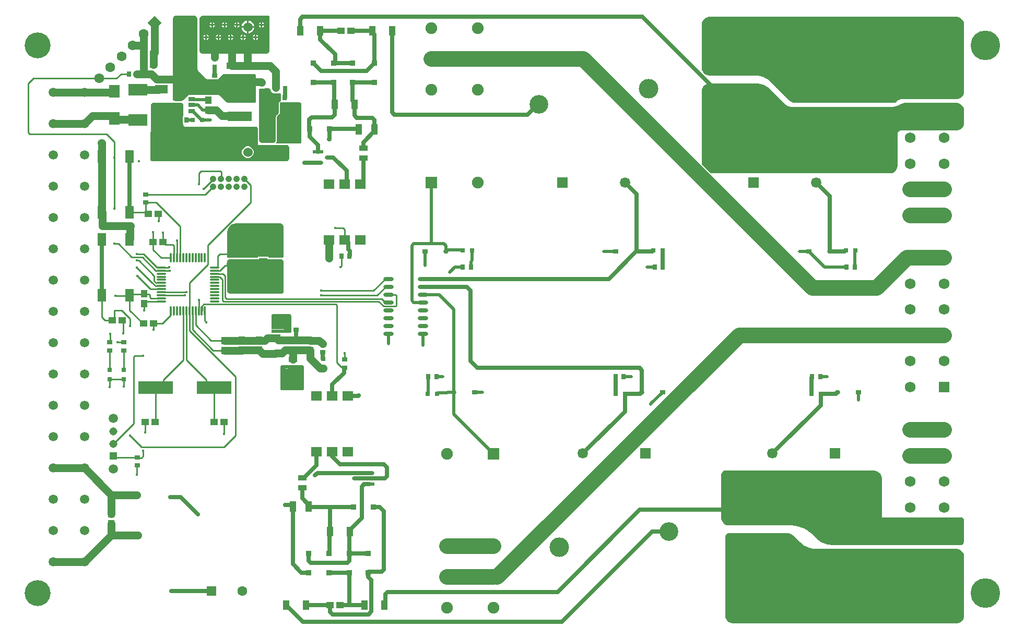
<source format=gtl>
G04*
G04 #@! TF.GenerationSoftware,Altium Limited,Altium Designer,21.6.4 (81)*
G04*
G04 Layer_Physical_Order=1*
G04 Layer_Color=255*
%FSLAX25Y25*%
%MOIN*%
G70*
G04*
G04 #@! TF.SameCoordinates,D5C6F8BD-756C-4CA3-9184-76241C2A0D58*
G04*
G04*
G04 #@! TF.FilePolarity,Positive*
G04*
G01*
G75*
%ADD16C,0.01000*%
%ADD19R,0.05512X0.08268*%
%ADD20R,0.03985X0.04758*%
%ADD21R,0.07008X0.05984*%
%ADD22R,0.03937X0.05906*%
%ADD23R,0.03347X0.02953*%
%ADD24R,0.05315X0.03347*%
%ADD25R,0.06530X0.02468*%
G04:AMPARAMS|DCode=26|XSize=65.3mil|YSize=24.68mil|CornerRadius=12.34mil|HoleSize=0mil|Usage=FLASHONLY|Rotation=180.000|XOffset=0mil|YOffset=0mil|HoleType=Round|Shape=RoundedRectangle|*
%AMROUNDEDRECTD26*
21,1,0.06530,0.00000,0,0,180.0*
21,1,0.04063,0.02468,0,0,180.0*
1,1,0.02468,-0.02031,0.00000*
1,1,0.02468,0.02031,0.00000*
1,1,0.02468,0.02031,0.00000*
1,1,0.02468,-0.02031,0.00000*
%
%ADD26ROUNDEDRECTD26*%
%ADD27R,0.03740X0.03543*%
%ADD28R,0.03543X0.03740*%
%ADD29R,0.04758X0.03985*%
%ADD30R,0.04331X0.06693*%
%ADD31R,0.02953X0.03347*%
%ADD32R,0.22047X0.08268*%
%ADD33O,0.01181X0.06496*%
%ADD34O,0.06496X0.01181*%
%ADD35O,0.06496X0.02559*%
%ADD36R,0.03347X0.02756*%
%ADD37R,0.02756X0.03347*%
%ADD38R,0.15748X0.05906*%
%ADD39R,0.12402X0.07717*%
G04:AMPARAMS|DCode=40|XSize=31.82mil|YSize=29.22mil|CornerRadius=14.61mil|HoleSize=0mil|Usage=FLASHONLY|Rotation=0.000|XOffset=0mil|YOffset=0mil|HoleType=Round|Shape=RoundedRectangle|*
%AMROUNDEDRECTD40*
21,1,0.03182,0.00000,0,0,0.0*
21,1,0.00260,0.02922,0,0,0.0*
1,1,0.02922,0.00130,0.00000*
1,1,0.02922,-0.00130,0.00000*
1,1,0.02922,-0.00130,0.00000*
1,1,0.02922,0.00130,0.00000*
%
%ADD40ROUNDEDRECTD40*%
%ADD41R,0.03182X0.02922*%
%ADD42R,0.03150X0.03150*%
%ADD43R,0.03150X0.03150*%
%ADD44R,0.03583X0.04803*%
%ADD45R,0.07087X0.08268*%
%ADD46R,0.08268X0.05512*%
%ADD47R,0.06693X0.04331*%
%ADD48R,0.05315X0.03740*%
%ADD49R,0.03740X0.05315*%
%ADD50R,0.03937X0.02756*%
%ADD71C,0.11929*%
%ADD72C,0.12441*%
%ADD73C,0.06653*%
%ADD74R,0.06653X0.06653*%
%ADD89C,0.05000*%
%ADD90C,0.02500*%
%ADD91C,0.10000*%
%ADD92C,0.02000*%
%ADD93C,0.07480*%
%ADD94R,0.07480X0.07480*%
%ADD95C,0.06000*%
%ADD96R,0.06000X0.06000*%
%ADD97C,0.05906*%
%ADD98C,0.16535*%
%ADD99R,0.06890X0.06890*%
%ADD100C,0.06890*%
%ADD101C,0.06299*%
%ADD102P,0.08908X4X270.0*%
%ADD103C,0.04134*%
%ADD104R,0.05150X0.05150*%
%ADD105C,0.05150*%
%ADD106C,0.18898*%
%ADD107R,0.06299X0.06299*%
%ADD108C,0.01575*%
G36*
X597500Y390000D02*
X597500Y390000D01*
X597992Y390000D01*
X598958Y389808D01*
X599868Y389431D01*
X600687Y388884D01*
X601384Y388187D01*
X601931Y387368D01*
X602308Y386458D01*
X602500Y385492D01*
X602500Y385000D01*
X602500Y342500D01*
X602500Y342500D01*
Y342007D01*
X602308Y341041D01*
X601931Y340132D01*
X601384Y339313D01*
X600687Y338616D01*
X599868Y338069D01*
X598958Y337692D01*
X597992Y337500D01*
X597500D01*
X562500Y337500D01*
X562500Y337500D01*
X562066Y337475D01*
X561222Y337275D01*
X560446Y336888D01*
X559780Y336332D01*
X559500Y336000D01*
X559500Y336000D01*
X559325Y335767D01*
X558878Y335394D01*
X558358Y335134D01*
X557791Y335000D01*
X557500Y335000D01*
X495000Y335000D01*
X495000Y335000D01*
X494406D01*
X493239Y335232D01*
X492141Y335687D01*
X491153Y336347D01*
X490732Y336768D01*
X479268Y348232D01*
X479268Y348232D01*
X479268Y348232D01*
X478750Y348725D01*
X477644Y349633D01*
X476455Y350427D01*
X475194Y351101D01*
X473873Y351648D01*
X472505Y352063D01*
X471103Y352342D01*
X469679Y352482D01*
X468964Y352500D01*
X440000Y352500D01*
X439507D01*
X438542Y352692D01*
X437632Y353069D01*
X436813Y353616D01*
X436116Y354313D01*
X435569Y355132D01*
X435192Y356042D01*
X435000Y357008D01*
Y357500D01*
Y382500D01*
Y385000D01*
X435000Y385492D01*
X435192Y386458D01*
X435569Y387368D01*
X436116Y388187D01*
X436813Y388884D01*
X437632Y389431D01*
X438542Y389808D01*
X439507Y390000D01*
X440000Y390000D01*
X597500Y390000D01*
X597500Y390000D01*
D02*
G37*
G36*
X116894Y390900D02*
X158233Y390900D01*
X158700Y390900D01*
X159045Y390587D01*
X159100Y390533D01*
X159100Y368600D01*
X159100Y368600D01*
Y368182D01*
X158780Y367410D01*
X158189Y366820D01*
X157418Y366500D01*
X126575D01*
Y366528D01*
X121425D01*
Y366500D01*
X116105D01*
X115367Y366805D01*
X114801Y367368D01*
X114493Y368105D01*
X114492Y368504D01*
X114412Y387934D01*
X114410Y388406D01*
X114410Y388406D01*
X114410Y388406D01*
X114408Y388901D01*
X114785Y389818D01*
X115484Y390520D01*
X116399Y390900D01*
X116894Y390900D01*
D02*
G37*
G36*
X471105Y347360D02*
X472509Y347080D01*
X473879Y346665D01*
X475202Y346117D01*
X476465Y345442D01*
X477655Y344647D01*
X478761Y343738D01*
X479268Y343232D01*
X479268Y343232D01*
X488232Y334268D01*
X488671Y333870D01*
X489655Y333213D01*
X490748Y332760D01*
X491908Y332529D01*
X492500Y332500D01*
X556464D01*
X557072Y332522D01*
X558275Y332694D01*
X559441Y333036D01*
X560546Y333539D01*
X561069Y333849D01*
X561507Y334129D01*
X562453Y334560D01*
X563451Y334852D01*
X564480Y335000D01*
X565000Y335000D01*
X565000Y335000D01*
X597500Y335000D01*
X597993Y335000D01*
X598958Y334808D01*
X599868Y334431D01*
X600687Y333884D01*
X601384Y333187D01*
X601931Y332368D01*
X602308Y331458D01*
X602500Y330492D01*
X602500Y330000D01*
X602500D01*
X602500Y322500D01*
X602500Y322007D01*
X602308Y321041D01*
X601931Y320132D01*
X601384Y319313D01*
X600687Y318616D01*
X599868Y318069D01*
X598958Y317692D01*
X597993Y317500D01*
X597500Y317500D01*
X562500Y317500D01*
X562012Y317452D01*
X561111Y317079D01*
X560421Y316389D01*
X560048Y315488D01*
X560000Y315000D01*
X560000Y315000D01*
X560000Y315000D01*
X560000Y295000D01*
X560000Y294508D01*
X559808Y293542D01*
X559431Y292632D01*
X558884Y291813D01*
X558187Y291116D01*
X557368Y290569D01*
X556459Y290192D01*
X555492Y290000D01*
X555000Y290000D01*
X440631D01*
X435000Y295631D01*
Y342500D01*
X435000Y342992D01*
X435192Y343958D01*
X435569Y344868D01*
X436116Y345687D01*
X436813Y346384D01*
X437632Y346931D01*
X438542Y347308D01*
X439507Y347500D01*
X440000Y347500D01*
X440000Y347500D01*
X468964Y347500D01*
X469680Y347500D01*
X471105Y347360D01*
D02*
G37*
G36*
X99200Y390700D02*
X100100Y390700D01*
X110800D01*
X110800Y390700D01*
X110800Y390700D01*
X110829Y390700D01*
X111270Y390694D01*
X112103Y390350D01*
X112750Y389703D01*
X113100Y388858D01*
X113100Y388400D01*
X113100Y357142D01*
X113114Y356848D01*
X113229Y356272D01*
X113454Y355729D01*
X113781Y355240D01*
X113979Y355022D01*
X117793Y351207D01*
X117793D01*
X118093Y350936D01*
X118764Y350487D01*
X119511Y350178D01*
X120303Y350020D01*
X120707Y350000D01*
X125870D01*
X125948Y350004D01*
X126101Y350034D01*
X126245Y350094D01*
X126375Y350181D01*
X126433Y350233D01*
X129488Y353288D01*
X129488Y353288D01*
X129488Y353288D01*
X129488Y353288D01*
X129929Y353500D01*
X129929Y353500D01*
X130000Y353500D01*
X149500Y353500D01*
X149500Y353500D01*
X149500Y353500D01*
X149500D01*
X149952Y353379D01*
X149953Y353378D01*
X150178Y353153D01*
X150300Y352859D01*
X150300Y352700D01*
X150300Y335800D01*
X150300Y335800D01*
Y335641D01*
X150178Y335347D01*
X149953Y335122D01*
X149659Y335000D01*
X149500Y335000D01*
X141339D01*
X133207Y335000D01*
X133207Y335000D01*
X132920D01*
X132357Y335112D01*
X131827Y335332D01*
X131349Y335651D01*
X127354Y339646D01*
X127354Y339647D01*
X127354Y339647D01*
X127241Y339748D01*
X126989Y339917D01*
X126988Y339917D01*
X126972Y339924D01*
X126951Y339932D01*
X126708Y340033D01*
X126410Y340092D01*
X126259Y340100D01*
X107300Y340100D01*
X106679Y339479D01*
X106660D01*
Y339460D01*
X104195Y336995D01*
X104195Y336995D01*
X103958Y336758D01*
X103402Y336387D01*
X102784Y336130D01*
X102127Y336000D01*
X101793D01*
X98058Y336435D01*
X98058Y336435D01*
X97943Y336448D01*
X97737Y336556D01*
X97582Y336729D01*
X97500Y336946D01*
X97500Y337062D01*
Y389000D01*
X97500D01*
X97500Y389000D01*
X97554Y389469D01*
X97759Y389963D01*
X98237Y390441D01*
X98862Y390700D01*
X99200Y390700D01*
D02*
G37*
G36*
X158634Y344357D02*
X158634Y344357D01*
X159099Y344273D01*
X159310Y344191D01*
X159649Y343860D01*
X159832Y343425D01*
X159832Y343188D01*
X159841Y343018D01*
X159907Y342683D01*
X160038Y342368D01*
X160227Y342085D01*
X160342Y341958D01*
X160521Y341796D01*
X160922Y341528D01*
X161367Y341343D01*
X161840Y341249D01*
X162082Y341238D01*
X165762Y341237D01*
X165762Y341237D01*
X166184Y340975D01*
X166230Y340863D01*
X166230Y340770D01*
X166230Y336555D01*
X166230Y336555D01*
X166230Y336546D01*
X166226Y336528D01*
X166219Y336512D01*
X166209Y336496D01*
X166203Y336490D01*
X165203Y335490D01*
X165203Y335490D01*
X165147Y335428D01*
X165054Y335289D01*
X164989Y335134D01*
X164957Y334970D01*
X164953Y334886D01*
Y328886D01*
X164953Y328886D01*
X164953Y328783D01*
X164913Y328581D01*
X164834Y328391D01*
X164719Y328219D01*
X164646Y328146D01*
X163650Y327150D01*
X163650Y327150D01*
X163495Y326978D01*
X163238Y326595D01*
X163062Y326169D01*
X162972Y325716D01*
X162960Y325486D01*
X162960Y310960D01*
X162960Y310960D01*
X162960Y310670D01*
X162738Y310133D01*
X162327Y309722D01*
X161791Y309500D01*
X154500Y309500D01*
X154500Y309500D01*
X154102Y309500D01*
X153367Y309805D01*
X152805Y310367D01*
X152500Y311102D01*
X152500Y311500D01*
Y343487D01*
X152500Y343631D01*
X152608Y343898D01*
X152809Y344104D01*
X153073Y344219D01*
X153217Y344223D01*
X158634Y344357D01*
X158634Y344357D01*
D02*
G37*
G36*
X178633Y335195D02*
X179195Y334633D01*
X179473Y333962D01*
X179500Y333501D01*
Y333500D01*
X179500Y333500D01*
X179500Y333500D01*
X179500Y310500D01*
X179500Y310202D01*
X179272Y309650D01*
X178850Y309228D01*
X178471Y309071D01*
X178000Y309000D01*
Y309000D01*
X163382Y309000D01*
X163205Y309204D01*
X163147Y309297D01*
X163114Y309500D01*
X163243Y309628D01*
X163397Y309860D01*
X163620Y310397D01*
X163674Y310670D01*
X163674Y310960D01*
X163674Y310960D01*
X163674Y325468D01*
X163682Y325629D01*
X163748Y325960D01*
X163871Y326257D01*
X164059Y326538D01*
X164167Y326658D01*
X165151Y327642D01*
X165224Y327714D01*
X165263Y327773D01*
X165313Y327823D01*
X165427Y327994D01*
X165454Y328059D01*
X165493Y328117D01*
X165572Y328308D01*
X165586Y328377D01*
X165613Y328442D01*
X165653Y328644D01*
X165653Y328714D01*
X165666Y328783D01*
X165666Y328885D01*
X165666Y328886D01*
Y334869D01*
X165667Y334882D01*
X165676Y334926D01*
X165686Y334951D01*
X165711Y334988D01*
X165720Y334998D01*
X166222Y335500D01*
X177500Y335500D01*
X177898Y335500D01*
X178633Y335195D01*
D02*
G37*
G36*
X84685Y335000D02*
X103000Y335000D01*
X103000Y335000D01*
X103000Y335000D01*
X103000D01*
X103450Y334896D01*
X103566Y334848D01*
X103848Y334566D01*
X104000Y334199D01*
X104000Y326373D01*
X103824D01*
Y321627D01*
X104000D01*
Y321000D01*
X104000D01*
X104022Y320774D01*
X104195Y320356D01*
X104515Y320036D01*
X104933Y319863D01*
X105159Y319841D01*
X150160Y319841D01*
X150160Y319840D01*
X150160Y319840D01*
X150160D01*
X150618Y319771D01*
X150988Y319618D01*
X151399Y319207D01*
X151622Y318669D01*
X151622Y318378D01*
X151622Y308378D01*
X151628Y308311D01*
X151680Y308187D01*
X151775Y308092D01*
X151899Y308041D01*
X151966Y308034D01*
X169966D01*
X169966Y308034D01*
X169966Y308034D01*
X169966D01*
X170430Y307985D01*
X170948Y307770D01*
X171436Y307282D01*
X171700Y306645D01*
X171700Y306300D01*
X171700Y299700D01*
X171700Y299700D01*
X171700Y299322D01*
X171411Y298624D01*
X170876Y298089D01*
X170178Y297800D01*
X84197D01*
X83930Y297800D01*
X83437Y298006D01*
X83061Y298387D01*
X82862Y298883D01*
X82866Y299151D01*
X83374Y333708D01*
X83374Y333708D01*
X83473Y334190D01*
X83580Y334441D01*
X83948Y334804D01*
X84427Y335000D01*
X84685Y335000D01*
D02*
G37*
G36*
X165500Y258000D02*
X165997Y258000D01*
X166916Y257619D01*
X167619Y256916D01*
X168000Y255997D01*
X168000Y255500D01*
X168000Y255500D01*
X168000Y255500D01*
X168000Y237162D01*
X168000Y236931D01*
X167823Y236504D01*
X167496Y236177D01*
X167298Y236095D01*
X166838Y236000D01*
X166838D01*
X166838Y236000D01*
X166838Y236000D01*
X158326D01*
Y236767D01*
X155808D01*
X155598Y236794D01*
X155126D01*
X154916Y236767D01*
X151611D01*
Y236000D01*
X147000D01*
X133202D01*
X132650Y236228D01*
X132228Y236650D01*
X132000Y237202D01*
Y237500D01*
X132000Y237500D01*
Y252000D01*
Y252591D01*
X132231Y253750D01*
X132683Y254842D01*
X133340Y255825D01*
X134175Y256660D01*
X135158Y257317D01*
X136250Y257769D01*
X137409Y258000D01*
X138000Y258000D01*
X138000Y258000D01*
X165500Y258000D01*
D02*
G37*
G36*
X166580Y235000D02*
X166863Y235000D01*
X167385Y234784D01*
X167784Y234384D01*
X167927Y234039D01*
X168000Y233581D01*
Y233580D01*
X168000Y233580D01*
X168000Y233580D01*
X168000Y214500D01*
X168000Y214202D01*
X167772Y213650D01*
X167350Y213228D01*
X166957Y213066D01*
X166500Y213000D01*
X166500Y213000D01*
Y213000D01*
X134000Y213000D01*
X133602D01*
X132867Y213304D01*
X132305Y213867D01*
X132000Y214602D01*
X132000Y215000D01*
X132000Y215000D01*
Y234000D01*
X133000Y235000D01*
X153000D01*
X166580Y235000D01*
D02*
G37*
G36*
X172000Y200000D02*
X172199Y200000D01*
X172566Y199848D01*
X172848Y199566D01*
X173000Y199199D01*
X173000Y199000D01*
X173000Y199000D01*
X173000Y189000D01*
X173000Y188807D01*
X172853Y188451D01*
X172580Y188179D01*
X172224Y188031D01*
X172031Y188031D01*
X160968D01*
X160855Y188031D01*
X160646Y188118D01*
X160486Y188278D01*
X160400Y188487D01*
X160400Y188600D01*
Y188600D01*
Y190200D01*
X169749D01*
X169949Y190000D01*
X171031D01*
X170731Y190300D01*
X160400D01*
Y199400D01*
Y199519D01*
X160491Y199740D01*
X160660Y199909D01*
X160881Y200000D01*
X161000D01*
X161000Y200000D01*
X172000Y200000D01*
D02*
G37*
G36*
X180680Y167221D02*
X180953Y166949D01*
X181100Y166593D01*
X181100Y166400D01*
X181100Y166400D01*
Y165200D01*
X170751D01*
X170551Y165400D01*
X169468D01*
X169769Y165100D01*
X181100D01*
Y152316D01*
Y152159D01*
X180979Y151867D01*
X180756Y151644D01*
X180464Y151523D01*
X173526D01*
X166977Y151523D01*
X166803Y151523D01*
X166480Y151656D01*
X166234Y151903D01*
X166100Y152225D01*
X166100Y152400D01*
Y152400D01*
Y166600D01*
X166100Y166753D01*
X166217Y167035D01*
X166433Y167252D01*
X166716Y167368D01*
X166868D01*
X166868Y167368D01*
X180131Y167368D01*
X180324Y167368D01*
X180680Y167221D01*
D02*
G37*
G36*
X545000Y100000D02*
X545492Y100000D01*
X546458Y99808D01*
X547368Y99431D01*
X548187Y98884D01*
X548884Y98187D01*
X549431Y97368D01*
X549808Y96458D01*
X550000Y95492D01*
X550000Y95000D01*
X550000Y95000D01*
X550000Y95000D01*
Y70000D01*
X600703Y70000D01*
X601061Y70000D01*
X601721Y69727D01*
X602227Y69221D01*
X602457Y68665D01*
X602500Y68204D01*
Y68203D01*
X602500Y68203D01*
X602500Y68203D01*
X602500Y55000D01*
X602500Y54503D01*
X602119Y53584D01*
X601416Y52881D01*
X600497Y52500D01*
X600000Y52500D01*
X517820D01*
X516395Y52640D01*
X514991Y52920D01*
X513621Y53335D01*
X512298Y53883D01*
X511035Y54558D01*
X509845Y55353D01*
X508738Y56262D01*
X506036Y58964D01*
X505303Y59662D01*
X503740Y60945D01*
X502058Y62068D01*
X500275Y63021D01*
X498407Y63795D01*
X496471Y64382D01*
X494488Y64777D01*
X492476Y64975D01*
X491465Y65000D01*
X491465Y65000D01*
X491465Y65000D01*
X452500Y65000D01*
X452007Y65000D01*
X451042Y65192D01*
X450132Y65569D01*
X449313Y66116D01*
X448616Y66813D01*
X448069Y67632D01*
X447692Y68542D01*
X447500Y69507D01*
Y70000D01*
Y97500D01*
X447500Y97997D01*
X447881Y98916D01*
X448584Y99619D01*
X449503Y100000D01*
X450000Y100000D01*
X450000Y100000D01*
X545000Y100000D01*
D02*
G37*
G36*
X491458Y59808D02*
X492368Y59431D01*
X493187Y58884D01*
X493535Y58535D01*
X493535Y58535D01*
X493536Y58535D01*
X497500Y54571D01*
X498055Y54043D01*
X499239Y53071D01*
X500512Y52220D01*
X501863Y51498D01*
X503278Y50912D01*
X504743Y50468D01*
X506246Y50169D01*
X507770Y50019D01*
X508535Y50000D01*
X565000D01*
X597500Y50000D01*
X597992Y50000D01*
X598958Y49808D01*
X599868Y49431D01*
X600687Y48884D01*
X601384Y48187D01*
X601931Y47368D01*
X602308Y46458D01*
X602500Y45492D01*
X602500Y45000D01*
X602500Y45000D01*
X602500Y45000D01*
Y7500D01*
Y7007D01*
X602308Y6042D01*
X601931Y5132D01*
X601384Y4313D01*
X600687Y3616D01*
X599868Y3069D01*
X598958Y2692D01*
X597993Y2500D01*
X454507D01*
X453542Y2692D01*
X452632Y3069D01*
X451813Y3616D01*
X451116Y4313D01*
X450569Y5132D01*
X450192Y6042D01*
X450000Y7007D01*
Y7500D01*
Y57500D01*
Y57997D01*
X450381Y58916D01*
X451084Y59619D01*
X452003Y60000D01*
X452500Y60000D01*
X452500Y60000D01*
X490000Y60000D01*
X490492Y60000D01*
X491458Y59808D01*
D02*
G37*
%LPC*%
G36*
X154485Y386602D02*
Y385374D01*
X155713D01*
X155500Y385887D01*
X154998Y386389D01*
X154485Y386602D01*
D02*
G37*
G36*
X153485D02*
X152973Y386389D01*
X152470Y385887D01*
X152258Y385374D01*
X153485D01*
Y386602D01*
D02*
G37*
G36*
X138737D02*
Y385374D01*
X139965D01*
X139752Y385887D01*
X139250Y386389D01*
X138737Y386602D01*
D02*
G37*
G36*
X137737D02*
X137224Y386389D01*
X136722Y385887D01*
X136509Y385374D01*
X137737D01*
Y386602D01*
D02*
G37*
G36*
X130863D02*
Y385374D01*
X132091D01*
X131878Y385887D01*
X131376Y386389D01*
X130863Y386602D01*
D02*
G37*
G36*
X129863D02*
X129350Y386389D01*
X128848Y385887D01*
X128635Y385374D01*
X129863D01*
Y386602D01*
D02*
G37*
G36*
X122989D02*
Y385374D01*
X124216D01*
X124004Y385887D01*
X123501Y386389D01*
X122989Y386602D01*
D02*
G37*
G36*
X121989D02*
X121476Y386389D01*
X120974Y385887D01*
X120761Y385374D01*
X121989D01*
Y386602D01*
D02*
G37*
G36*
X145727Y387600D02*
X145700D01*
Y384100D01*
X149200D01*
Y384127D01*
X148927Y385144D01*
X148401Y386056D01*
X147656Y386801D01*
X146744Y387327D01*
X145727Y387600D01*
D02*
G37*
G36*
X144700D02*
X144673D01*
X143656Y387327D01*
X142744Y386801D01*
X141999Y386056D01*
X141473Y385144D01*
X141200Y384127D01*
Y384100D01*
X144700D01*
Y387600D01*
D02*
G37*
G36*
X155713Y384374D02*
X154485D01*
Y383147D01*
X154998Y383359D01*
X155500Y383861D01*
X155713Y384374D01*
D02*
G37*
G36*
X153485D02*
X152258D01*
X152470Y383861D01*
X152973Y383359D01*
X153485Y383147D01*
Y384374D01*
D02*
G37*
G36*
X139965D02*
X138737D01*
Y383147D01*
X139250Y383359D01*
X139752Y383861D01*
X139965Y384374D01*
D02*
G37*
G36*
X137737D02*
X136509D01*
X136722Y383861D01*
X137224Y383359D01*
X137737Y383147D01*
Y384374D01*
D02*
G37*
G36*
X132091D02*
X130863D01*
Y383147D01*
X131376Y383359D01*
X131878Y383861D01*
X132091Y384374D01*
D02*
G37*
G36*
X129863D02*
X128635D01*
X128848Y383861D01*
X129350Y383359D01*
X129863Y383147D01*
Y384374D01*
D02*
G37*
G36*
X124216D02*
X122989D01*
Y383147D01*
X123501Y383359D01*
X124004Y383861D01*
X124216Y384374D01*
D02*
G37*
G36*
X121989D02*
X120761D01*
X120974Y383861D01*
X121476Y383359D01*
X121989Y383147D01*
Y384374D01*
D02*
G37*
G36*
X149200Y383100D02*
X145700D01*
Y379600D01*
X145727D01*
X146744Y379873D01*
X147656Y380399D01*
X148401Y381144D01*
X148927Y382056D01*
X149200Y383073D01*
Y383100D01*
D02*
G37*
G36*
X144700D02*
X141200D01*
Y383073D01*
X141473Y382056D01*
X141999Y381144D01*
X142744Y380399D01*
X143656Y379873D01*
X144673Y379600D01*
X144700D01*
Y383100D01*
D02*
G37*
G36*
X150548Y378728D02*
Y377500D01*
X151776D01*
X151563Y378012D01*
X151060Y378515D01*
X150548Y378728D01*
D02*
G37*
G36*
X149548D02*
X149036Y378515D01*
X148533Y378012D01*
X148320Y377500D01*
X149548D01*
Y378728D01*
D02*
G37*
G36*
X142674D02*
Y377500D01*
X143902D01*
X143689Y378012D01*
X143186Y378515D01*
X142674Y378728D01*
D02*
G37*
G36*
X141674D02*
X141162Y378515D01*
X140659Y378012D01*
X140446Y377500D01*
X141674D01*
Y378728D01*
D02*
G37*
G36*
X134800D02*
Y377500D01*
X136028D01*
X135815Y378012D01*
X135312Y378515D01*
X134800Y378728D01*
D02*
G37*
G36*
X133800D02*
X133288Y378515D01*
X132785Y378012D01*
X132572Y377500D01*
X133800D01*
Y378728D01*
D02*
G37*
G36*
X126926D02*
Y377500D01*
X128154D01*
X127941Y378012D01*
X127438Y378515D01*
X126926Y378728D01*
D02*
G37*
G36*
X125926D02*
X125414Y378515D01*
X124911Y378012D01*
X124698Y377500D01*
X125926D01*
Y378728D01*
D02*
G37*
G36*
X119052D02*
Y377500D01*
X120280D01*
X120067Y378012D01*
X119564Y378515D01*
X119052Y378728D01*
D02*
G37*
G36*
X118052D02*
X117540Y378515D01*
X117037Y378012D01*
X116824Y377500D01*
X118052D01*
Y378728D01*
D02*
G37*
G36*
X151776Y376500D02*
X150548D01*
Y375272D01*
X151060Y375485D01*
X151563Y375988D01*
X151776Y376500D01*
D02*
G37*
G36*
X149548D02*
X148320D01*
X148533Y375988D01*
X149036Y375485D01*
X149548Y375272D01*
Y376500D01*
D02*
G37*
G36*
X143902D02*
X142674D01*
Y375272D01*
X143186Y375485D01*
X143689Y375988D01*
X143902Y376500D01*
D02*
G37*
G36*
X141674D02*
X140446D01*
X140659Y375988D01*
X141162Y375485D01*
X141674Y375272D01*
Y376500D01*
D02*
G37*
G36*
X136028D02*
X134800D01*
Y375272D01*
X135312Y375485D01*
X135815Y375988D01*
X136028Y376500D01*
D02*
G37*
G36*
X133800D02*
X132572D01*
X132785Y375988D01*
X133288Y375485D01*
X133800Y375272D01*
Y376500D01*
D02*
G37*
G36*
X128154D02*
X126926D01*
Y375272D01*
X127438Y375485D01*
X127941Y375988D01*
X128154Y376500D01*
D02*
G37*
G36*
X125926D02*
X124698D01*
X124911Y375988D01*
X125414Y375485D01*
X125926Y375272D01*
Y376500D01*
D02*
G37*
G36*
X120280D02*
X119052D01*
Y375272D01*
X119564Y375485D01*
X120067Y375988D01*
X120280Y376500D01*
D02*
G37*
G36*
X118052D02*
X116824D01*
X117037Y375988D01*
X117540Y375485D01*
X118052Y375272D01*
Y376500D01*
D02*
G37*
G36*
X145687Y307300D02*
X144713D01*
X143772Y307048D01*
X142928Y306561D01*
X142239Y305872D01*
X141752Y305028D01*
X141500Y304087D01*
Y303113D01*
X141752Y302172D01*
X142239Y301328D01*
X142928Y300639D01*
X143772Y300152D01*
X144713Y299900D01*
X145687D01*
X146628Y300152D01*
X147472Y300639D01*
X148161Y301328D01*
X148648Y302172D01*
X148900Y303113D01*
Y304087D01*
X148648Y305028D01*
X148161Y305872D01*
X147472Y306561D01*
X146628Y307048D01*
X145687Y307300D01*
D02*
G37*
%LPD*%
D16*
X204500Y230200D02*
X205000Y230700D01*
X52000Y198000D02*
Y212087D01*
X60600Y211700D02*
X69416D01*
X70593Y212877D02*
X82123D01*
X74500Y229900D02*
X83824Y220576D01*
X74500Y229900D02*
Y229900D01*
X83824Y220507D02*
Y220576D01*
X86717Y220019D02*
X89938D01*
X85524Y221211D02*
X86717Y220019D01*
X75633Y234324D02*
X85524Y224432D01*
X89938Y220019D02*
X89972Y219984D01*
X85524Y221211D02*
Y224432D01*
X83824Y220507D02*
X86303Y218029D01*
X89960D02*
X89972Y218016D01*
X86303Y218029D02*
X89960D01*
X74500Y234425D02*
X74602Y234324D01*
X75633D01*
X89938Y227893D02*
X89972Y227858D01*
X86511Y227893D02*
X89938D01*
X77992Y236413D02*
X86511Y227893D01*
X89972Y227858D02*
X95186D01*
X71160Y236413D02*
X77992D01*
X60000Y245000D02*
X62572D01*
X71160Y236413D01*
X78742Y238400D02*
X87315Y229827D01*
X74400Y238400D02*
X78742D01*
X87315Y229827D02*
X89972D01*
X79000Y202496D02*
Y206843D01*
X69600Y211883D02*
X70593Y212877D01*
X64725Y202500D02*
X70000Y197225D01*
Y192500D02*
Y197225D01*
X60000Y202500D02*
X64725D01*
X65600Y187700D02*
Y195557D01*
X65157Y196000D02*
X65600Y195557D01*
X70000Y122500D02*
X77500Y115000D01*
X86299Y131142D02*
Y153000D01*
X72400Y130200D02*
Y172814D01*
X59400Y117200D02*
X72400Y130200D01*
Y172814D02*
X72986Y173400D01*
X77500Y115000D02*
X130000D01*
X137500Y122500D02*
Y160000D01*
X130000Y115000D02*
X137500Y122500D01*
X107984Y189516D02*
X137500Y160000D01*
X107984Y189516D02*
Y201972D01*
X109953Y190047D02*
Y201972D01*
Y190047D02*
X123157Y176843D01*
X130425D01*
X72986Y173400D02*
X78500D01*
X85000Y190000D02*
Y194000D01*
X82953Y216047D02*
X89972D01*
X82123Y212877D02*
X82709Y212291D01*
Y210728D02*
Y212291D01*
X74600Y224400D02*
X82953Y216047D01*
X82709Y210728D02*
X83295Y210142D01*
X84843Y241157D02*
X89972Y236028D01*
X96173D01*
X84843Y241157D02*
Y246000D01*
X69858Y265087D02*
X80406D01*
X60000Y267500D02*
Y300000D01*
X6172Y315000D02*
X55000D01*
X60000Y310000D01*
X5000Y316172D02*
Y347500D01*
Y316172D02*
X6172Y315000D01*
X80000Y276559D02*
X118059D01*
X123000Y281500D01*
X100076Y236062D02*
Y246924D01*
X92649Y244508D02*
X97492D01*
X102079Y236028D02*
Y256146D01*
X86784Y271441D02*
X102079Y256146D01*
X98142Y236028D02*
Y243858D01*
X97492Y244508D02*
X98142Y243858D01*
X100000Y247000D02*
X100076Y246924D01*
X60000Y197157D02*
Y202500D01*
X58843Y196000D02*
X60000Y197157D01*
X69710Y202590D02*
Y203590D01*
X69600Y203700D02*
X69710Y203590D01*
X69600Y203700D02*
Y211883D01*
X69710Y202590D02*
X78300Y194000D01*
X90858D02*
X96173Y199315D01*
X85000Y194000D02*
X90858D01*
X96173Y199315D02*
Y201972D01*
X84700Y246143D02*
Y252400D01*
X80000Y271441D02*
X86784D01*
X88300Y259300D02*
Y263857D01*
X91000Y246157D02*
X91157Y246000D01*
X84700Y246143D02*
X84843Y246000D01*
X91000Y246157D02*
Y252100D01*
X94706Y229861D02*
X94845Y230000D01*
X95000D01*
X90007Y229861D02*
X94706D01*
X60000Y300000D02*
Y310000D01*
X80406Y265087D02*
X81492Y264000D01*
X80000Y265492D02*
Y271441D01*
X81492Y264000D02*
X81843D01*
X80000Y265492D02*
X80406Y265087D01*
X8222Y350722D02*
X50422D01*
X5000Y347500D02*
X8222Y350722D01*
X89972Y229827D02*
X90007Y229861D01*
X95186Y227858D02*
X95345Y227700D01*
X107984Y201972D02*
Y220184D01*
X119700Y231900D01*
X105921Y214079D02*
X105997Y214003D01*
X102305Y211965D02*
X104983D01*
X102195Y212076D02*
X102305Y211965D01*
X89972Y214079D02*
X105921D01*
X90007Y212076D02*
X102195D01*
X114051Y208895D02*
Y209051D01*
X113890Y201972D02*
Y208734D01*
X114051Y208895D01*
X89972Y212110D02*
X90007Y212076D01*
X225410Y215000D02*
X232909Y222500D01*
X192000Y215000D02*
X225410D01*
X232909Y222500D02*
X234878D01*
X192000Y212000D02*
X227831D01*
X233331Y217500D01*
X234878D01*
X239414Y212586D02*
X240000Y212000D01*
X234878Y212500D02*
X234964Y212586D01*
X239414D01*
X231882Y205020D02*
X239414D01*
X240000Y205606D01*
Y212000D01*
X228820Y208083D02*
X231882Y205020D01*
X129000Y208668D02*
X129586Y208083D01*
X230627Y209783D02*
X232909Y207500D01*
X129000Y208668D02*
Y222170D01*
X131803Y209783D02*
X230627D01*
X130700Y210886D02*
X131803Y209783D01*
X129586Y208083D02*
X228820D01*
X130700Y210886D02*
Y224604D01*
X120591Y206420D02*
X120628Y206383D01*
X201414D01*
X202000Y169000D02*
Y205797D01*
X201414Y206383D02*
X202000Y205797D01*
X124028Y223921D02*
X124062Y223887D01*
X127283D01*
X129000Y222170D01*
X129414Y225890D02*
X130700Y224604D01*
X232909Y207500D02*
X234878D01*
X124028Y225890D02*
X129414D01*
X114000Y283000D02*
Y290014D01*
X115486Y291500D01*
X117000Y280155D02*
X123000Y286156D01*
Y286500D01*
X117000Y280000D02*
Y280155D01*
X100076Y236062D02*
X100110Y236028D01*
X119700Y244152D02*
X147000Y271452D01*
X143000Y286500D02*
X147000Y282500D01*
Y271452D02*
Y282500D01*
X206000Y255000D02*
X207000Y254000D01*
Y247484D02*
Y254000D01*
X201000Y255000D02*
X206000D01*
X115893Y202007D02*
Y205228D01*
X115858Y201972D02*
X115893Y202007D01*
Y205228D02*
X117085Y206420D01*
X120591D01*
X202000Y169000D02*
X205000Y166000D01*
X206232D02*
X206577Y165656D01*
X205000Y166000D02*
X206232D01*
X207000Y171000D02*
Y175000D01*
X117827Y195929D02*
X118800Y194956D01*
Y194800D02*
Y194956D01*
X117827Y195929D02*
Y201972D01*
X95345Y227700D02*
X95500D01*
X57200Y182074D02*
Y187600D01*
X74500Y103241D02*
X74600Y103341D01*
X74500Y97300D02*
Y103241D01*
X59400Y109326D02*
X60267Y108459D01*
X74600D01*
X106016Y170685D02*
X118653Y158048D01*
Y156634D02*
Y158048D01*
X122287Y153000D02*
X123701D01*
X106016Y170685D02*
Y201972D01*
X118653Y156634D02*
X122287Y153000D01*
X79800Y124300D02*
Y130957D01*
X79843Y131000D01*
X91347Y158048D02*
X104047Y170748D01*
X86299Y153000D02*
X87713D01*
X91347Y156634D01*
X104047Y170748D02*
Y201972D01*
X91347Y156634D02*
Y158048D01*
X57100Y153600D02*
Y158462D01*
X57130Y158492D01*
X66130Y164398D02*
Y176886D01*
X57130Y164398D02*
Y176886D01*
X65900Y153856D02*
X66130Y154086D01*
Y158492D01*
X65900Y153700D02*
Y153856D01*
X57130Y158492D02*
X66130D01*
X88157Y264000D02*
X88300Y263857D01*
X115486Y291500D02*
X127714D01*
X128000Y286500D02*
X128300Y286800D01*
Y290914D01*
X127714Y291500D02*
X128300Y290914D01*
X119700Y231900D02*
Y244152D01*
X205000Y230700D02*
Y237221D01*
X133100Y231100D02*
X134000Y232000D01*
X130700Y231100D02*
X133100D01*
X127493Y227893D02*
X130700Y231100D01*
X124028Y227858D02*
X124062Y227893D01*
X127493D01*
X154969Y240102D02*
Y240490D01*
X69416Y211700D02*
X69600Y211883D01*
X78300Y194000D02*
X78686D01*
X61902Y182002D02*
X66128D01*
X66130Y182004D01*
X61900Y182000D02*
X61902Y182002D01*
X57130Y182004D02*
X57200Y182074D01*
X74600Y108459D02*
X74859Y108200D01*
X77200D01*
X78300Y109300D02*
Y112700D01*
X77200Y108200D02*
X78300Y109300D01*
X130000Y123500D02*
Y130843D01*
X130157Y131000D01*
X61522Y350722D02*
X64200Y353400D01*
X69300D01*
X50422Y350722D02*
X61522D01*
X79000Y206843D02*
X80330Y208173D01*
X89972D01*
X111956Y193044D02*
X121843Y183157D01*
X111956Y193044D02*
Y201938D01*
X121843Y183157D02*
X130425D01*
X111921Y201972D02*
X111956Y201938D01*
X123843Y131000D02*
Y152858D01*
X123701Y153000D02*
X123843Y152858D01*
X86157Y131000D02*
X86299Y131142D01*
X127314Y238314D02*
X134000D01*
X126185Y237185D02*
X127314Y238314D01*
X124028Y229827D02*
X126101D01*
X126185Y229910D01*
Y237185D01*
X91157Y246000D02*
X92649Y244508D01*
X52000Y198000D02*
X54000Y196000D01*
X58843D01*
X83295Y210142D02*
X89972D01*
D19*
X69858Y247913D02*
D03*
Y212087D02*
D03*
X52142D02*
D03*
Y247913D02*
D03*
X69858Y265087D02*
D03*
Y300913D02*
D03*
X52142D02*
D03*
Y265087D02*
D03*
D20*
X134000Y232000D02*
D03*
Y238314D02*
D03*
X143437Y232000D02*
D03*
Y238314D02*
D03*
X130425Y183157D02*
D03*
Y176843D02*
D03*
X152425Y183314D02*
D03*
Y177000D02*
D03*
X141425Y183314D02*
D03*
Y177000D02*
D03*
X79000Y213157D02*
D03*
Y206843D02*
D03*
X185000Y176843D02*
D03*
Y183157D02*
D03*
X120000Y330504D02*
D03*
Y336818D02*
D03*
X58000Y72314D02*
D03*
Y66000D02*
D03*
D21*
X209000Y112264D02*
D03*
X189000D02*
D03*
X199000D02*
D03*
X209000Y147736D02*
D03*
X189000D02*
D03*
X199000D02*
D03*
X197000Y282957D02*
D03*
X217000D02*
D03*
X207000D02*
D03*
X197000Y247484D02*
D03*
X217000D02*
D03*
X207000D02*
D03*
D22*
X210299Y61000D02*
D03*
X197701D02*
D03*
X232299Y14221D02*
D03*
X219701D02*
D03*
X169701D02*
D03*
X182299D02*
D03*
X200701Y334221D02*
D03*
X213299D02*
D03*
X178701Y381000D02*
D03*
X191299D02*
D03*
X237299D02*
D03*
X224701D02*
D03*
D23*
X207000Y171000D02*
D03*
Y165882D02*
D03*
X74600Y103341D02*
D03*
Y108459D02*
D03*
X80000Y271441D02*
D03*
Y276559D02*
D03*
X57130Y176886D02*
D03*
Y182004D02*
D03*
X66130Y176886D02*
D03*
Y182004D02*
D03*
X193000Y181000D02*
D03*
Y175882D02*
D03*
X124000Y347441D02*
D03*
Y352559D02*
D03*
D24*
X180000Y95498D02*
D03*
Y89002D02*
D03*
X219000Y299722D02*
D03*
Y306218D02*
D03*
X174000Y171248D02*
D03*
Y164752D02*
D03*
D25*
X222845Y91398D02*
D03*
X190155Y303823D02*
D03*
D26*
X222845Y98602D02*
D03*
X215155Y95000D02*
D03*
X190155Y296618D02*
D03*
X197845Y300221D02*
D03*
D27*
X222000Y34799D02*
D03*
X222000Y47201D02*
D03*
X184000D02*
D03*
X184000Y34799D02*
D03*
X210000D02*
D03*
X210000Y47201D02*
D03*
X197000D02*
D03*
X197000Y34799D02*
D03*
X187000Y360421D02*
D03*
X187000Y348020D02*
D03*
X200000Y360421D02*
D03*
X200000Y348020D02*
D03*
X212000D02*
D03*
X212000Y360421D02*
D03*
X226000Y348020D02*
D03*
X226000Y360421D02*
D03*
D28*
X212799Y76698D02*
D03*
X225201Y76698D02*
D03*
X184799Y318522D02*
D03*
X197201Y318522D02*
D03*
D29*
X197843Y14000D02*
D03*
X204157D02*
D03*
X211157Y381221D02*
D03*
X204843D02*
D03*
X159803Y322448D02*
D03*
X166117D02*
D03*
X78743Y359300D02*
D03*
X85057D02*
D03*
X85157Y366400D02*
D03*
X78843D02*
D03*
X78686Y194000D02*
D03*
X85000D02*
D03*
X91157Y246000D02*
D03*
X84843D02*
D03*
X86157Y131000D02*
D03*
X79843D02*
D03*
X123843D02*
D03*
X130157D02*
D03*
X65157Y196000D02*
D03*
X58843D02*
D03*
X88157Y264000D02*
D03*
X81843D02*
D03*
D30*
X184118Y77000D02*
D03*
X173882D02*
D03*
X226118Y318221D02*
D03*
X215882D02*
D03*
D31*
X205000Y237221D02*
D03*
X210118D02*
D03*
X74418Y353400D02*
D03*
X69300D02*
D03*
X282441Y230000D02*
D03*
X287559D02*
D03*
X260441Y160000D02*
D03*
X265559D02*
D03*
X505441D02*
D03*
X510559D02*
D03*
X380000D02*
D03*
X385118D02*
D03*
X527441Y230000D02*
D03*
X532559D02*
D03*
X163671Y338387D02*
D03*
X168789D02*
D03*
X106000Y324000D02*
D03*
X100882D02*
D03*
X405000Y230000D02*
D03*
X410118D02*
D03*
D32*
X123701Y153000D02*
D03*
X86299D02*
D03*
D33*
X96173Y201972D02*
D03*
X98142D02*
D03*
X100110D02*
D03*
X102079D02*
D03*
X104047D02*
D03*
X106016D02*
D03*
X107984D02*
D03*
X109953D02*
D03*
X111921D02*
D03*
X113890D02*
D03*
X115858D02*
D03*
X117827D02*
D03*
Y236028D02*
D03*
X115858D02*
D03*
X113890D02*
D03*
X111921D02*
D03*
X109953D02*
D03*
X107984D02*
D03*
X106016D02*
D03*
X104047D02*
D03*
X102079D02*
D03*
X100110D02*
D03*
X98142D02*
D03*
X96173D02*
D03*
D34*
X124028Y208173D02*
D03*
Y210142D02*
D03*
Y212110D02*
D03*
Y214079D02*
D03*
Y216047D02*
D03*
Y218016D02*
D03*
Y219984D02*
D03*
Y221953D02*
D03*
Y223921D02*
D03*
Y225890D02*
D03*
Y227858D02*
D03*
Y229827D02*
D03*
X89972D02*
D03*
Y227858D02*
D03*
Y225890D02*
D03*
Y223921D02*
D03*
Y221953D02*
D03*
Y219984D02*
D03*
Y218016D02*
D03*
Y216047D02*
D03*
Y214079D02*
D03*
Y212110D02*
D03*
Y210142D02*
D03*
Y208173D02*
D03*
D35*
X234878Y222500D02*
D03*
Y217500D02*
D03*
Y212500D02*
D03*
Y207500D02*
D03*
Y202500D02*
D03*
Y197500D02*
D03*
Y192500D02*
D03*
Y187500D02*
D03*
X257122Y222500D02*
D03*
Y217500D02*
D03*
Y212500D02*
D03*
Y207500D02*
D03*
Y202500D02*
D03*
Y197500D02*
D03*
Y192500D02*
D03*
Y187500D02*
D03*
D36*
X169949Y190000D02*
D03*
X176051D02*
D03*
D37*
X154100Y348251D02*
D03*
Y342149D02*
D03*
D38*
X140000Y326575D02*
D03*
Y340748D02*
D03*
D39*
X75000Y323996D02*
D03*
Y343327D02*
D03*
D40*
X271614Y240000D02*
D03*
X276772Y150000D02*
D03*
X521772D02*
D03*
X396772D02*
D03*
X516614Y240000D02*
D03*
X393228D02*
D03*
D41*
X258386D02*
D03*
X290000Y150000D02*
D03*
X535000D02*
D03*
X410000D02*
D03*
X503386Y240000D02*
D03*
X380000D02*
D03*
D42*
X288402Y240870D02*
D03*
X282497D02*
D03*
X265889Y149130D02*
D03*
X259984D02*
D03*
X510889D02*
D03*
X504984D02*
D03*
X379984D02*
D03*
X385889D02*
D03*
X527047Y240870D02*
D03*
X532953D02*
D03*
X163277Y344387D02*
D03*
X169183D02*
D03*
X110047Y324000D02*
D03*
X115953D02*
D03*
X404111Y240870D02*
D03*
X410016D02*
D03*
D43*
X57130Y164398D02*
D03*
Y158492D02*
D03*
X66130Y164398D02*
D03*
Y158492D02*
D03*
X193200Y165447D02*
D03*
Y171353D02*
D03*
X124000Y363953D02*
D03*
Y358047D02*
D03*
D44*
X155793Y313387D02*
D03*
X168667D02*
D03*
D45*
X60000Y325000D02*
D03*
Y342323D02*
D03*
D46*
X90000Y326339D02*
D03*
Y343661D02*
D03*
D47*
X162589Y185061D02*
D03*
Y174824D02*
D03*
X164634Y240490D02*
D03*
Y230253D02*
D03*
X135000Y348543D02*
D03*
Y358780D02*
D03*
X145000Y348543D02*
D03*
Y358780D02*
D03*
D48*
X154969Y240102D02*
D03*
Y234197D02*
D03*
X174000Y182953D02*
D03*
Y177047D02*
D03*
D49*
X162000Y331000D02*
D03*
X167905D02*
D03*
D50*
X109329Y337402D02*
D03*
Y333661D02*
D03*
Y329921D02*
D03*
X100671D02*
D03*
Y333661D02*
D03*
Y337402D02*
D03*
D71*
X535032Y61000D02*
D03*
X414035Y61020D02*
D03*
X453024Y333980D02*
D03*
X330996D02*
D03*
D72*
X465031Y51000D02*
D03*
X344035Y51020D02*
D03*
X523024Y343980D02*
D03*
X400996D02*
D03*
D73*
X480031Y111000D02*
D03*
X359035Y111020D02*
D03*
X508024Y283980D02*
D03*
X385996D02*
D03*
D74*
X520031Y111000D02*
D03*
X399035Y111020D02*
D03*
X468024Y283980D02*
D03*
X345996D02*
D03*
D89*
X78707Y353425D02*
Y371936D01*
X69717Y247827D02*
X69972Y248083D01*
X70200Y256500D02*
X70300Y256600D01*
X145000Y358780D02*
Y370500D01*
X163000Y344664D02*
Y355000D01*
X159221Y358780D02*
X163000Y355000D01*
X145000Y358780D02*
X159221D01*
X135000D02*
X145000D01*
X52200Y256500D02*
Y265028D01*
X51886Y301169D02*
X52142Y300913D01*
Y265087D02*
Y300913D01*
Y265087D02*
X52200Y265028D01*
X51886Y301169D02*
Y309314D01*
X51800Y309400D02*
X51886Y309314D01*
X69972Y248083D02*
Y256272D01*
X52200Y256500D02*
X70200D01*
X69972Y256272D02*
X70200Y256500D01*
X40866Y341653D02*
X41039Y341827D01*
X59504D02*
X60000Y342323D01*
X41039Y341827D02*
X59504D01*
X20866Y341653D02*
X40866D01*
X175235Y183400D02*
X185000D01*
X174000D02*
X175235D01*
X150332Y240332D02*
X154811D01*
X154969Y240490D01*
X58000Y84520D02*
X74420D01*
X74500Y84600D01*
X20866Y41653D02*
X40866D01*
X78707Y353400D02*
Y353425D01*
X83775D01*
X78707D02*
X78707D01*
X58000Y58787D02*
X75013D01*
X75100Y58700D01*
X20866Y101654D02*
X40866D01*
X58000Y84520D01*
Y72314D02*
Y84520D01*
Y58787D02*
Y66000D01*
X40866Y41653D02*
X58000Y58787D01*
X197000Y235900D02*
Y247484D01*
X145000Y348543D02*
X153808D01*
X155598Y233567D02*
X158577Y230588D01*
X134000Y232000D02*
X143437D01*
X158577Y230588D02*
X164300D01*
X155126Y233567D02*
X155598D01*
X143437Y232000D02*
X153244D01*
X154969Y240490D02*
X164634D01*
X185000Y171775D02*
Y176843D01*
X191327Y165447D02*
X193200D01*
X185000Y171775D02*
X191327Y165447D01*
X174000Y171248D02*
Y177047D01*
X184796D01*
X185000Y176843D01*
X173953Y177000D02*
X174000Y177047D01*
X169000Y177000D02*
X173953D01*
X167159Y175159D02*
X169000Y177000D01*
X162589Y174824D02*
X162924Y175159D01*
X167159D01*
X154601Y174824D02*
X162589D01*
X152425Y177000D02*
X154601Y174824D01*
X141425Y177000D02*
X152425D01*
X141268Y176843D02*
X141425Y177000D01*
X130425Y176843D02*
X141268D01*
X163436Y184726D02*
X164604Y183557D01*
X173843D02*
X174000Y183400D01*
X164604Y183557D02*
X173843D01*
X190843Y183157D02*
X193000Y181000D01*
X185000Y183157D02*
X190843D01*
X130425D02*
X155743D01*
X157626Y184726D02*
X162255D01*
X155900Y183000D02*
X157626Y184726D01*
X155743Y183157D02*
X155900Y183000D01*
X135453Y340748D02*
X140000D01*
X135000Y341201D02*
X135453Y340748D01*
X135000Y341201D02*
Y348543D01*
X145000Y341201D02*
Y348543D01*
X140000Y340748D02*
X144547D01*
X145000Y341201D01*
X153808Y348543D02*
X154100Y348251D01*
X125095Y330504D02*
X128796Y326804D01*
X139771D01*
X140000Y326575D01*
X120000Y330504D02*
X125095D01*
X124000Y363953D02*
Y369900D01*
X124100Y370000D01*
X135000Y358780D02*
Y370200D01*
X135300Y370500D01*
X85057Y366300D02*
X85157Y366400D01*
X85057Y359300D02*
Y366300D01*
X85778Y367021D02*
Y386078D01*
X85157Y366400D02*
X85778Y367021D01*
X78707Y371936D02*
Y379007D01*
X71636Y371936D02*
X78707D01*
X71636Y371936D02*
X71636Y371936D01*
X74418Y353400D02*
X78707D01*
X78707Y353400D01*
X83775Y353425D02*
X87100Y350100D01*
X99300D01*
X71636Y371936D02*
X71636D01*
X88622Y343661D02*
X90000D01*
X75000Y343327D02*
X88287D01*
X88622Y343661D01*
X60502Y324498D02*
X74498D01*
X60000Y325000D02*
X60502Y324498D01*
X74498D02*
X75000Y323996D01*
X20866Y321654D02*
X40866D01*
X58366Y326634D02*
X58957D01*
X46158Y326700D02*
X58300D01*
X60000Y325000D02*
Y325590D01*
X58957Y326634D02*
X60000Y325590D01*
X58300Y326700D02*
X58366Y326634D01*
X40866Y321654D02*
X41111D01*
X46158Y326700D01*
D90*
X52000Y247827D02*
X52142Y247685D01*
Y212087D02*
Y247685D01*
X69858Y265087D02*
Y300913D01*
X124000Y352559D02*
Y358047D01*
X168789Y338387D02*
X169015Y338614D01*
Y339263D01*
X169183Y339430D01*
Y344387D01*
X516614Y240000D02*
X526177D01*
X527047Y240870D01*
X508024Y283980D02*
X516614Y275390D01*
Y240000D02*
Y275390D01*
X385996Y283980D02*
X393228Y276748D01*
Y240000D02*
Y276748D01*
Y240000D02*
X403240D01*
X404111Y240870D01*
X375598Y222500D02*
X393098Y240000D01*
X257122Y222500D02*
X375598D01*
X393098Y240000D02*
X393228D01*
X238764Y327500D02*
X323738D01*
X330218Y333980D01*
X237299Y328964D02*
X238764Y327500D01*
X330218Y333980D02*
X330996D01*
X237299Y328964D02*
Y381000D01*
X180165Y390000D02*
X397004D01*
X453024Y333980D01*
X178701Y388535D02*
X180165Y390000D01*
X178701Y381000D02*
Y388535D01*
X287500Y170000D02*
X291772Y165728D01*
X287500Y170000D02*
Y215000D01*
X285000Y217500D02*
X287500Y215000D01*
X257122Y217500D02*
X285000D01*
X291772Y165728D02*
X395307D01*
X396772Y150000D02*
Y164264D01*
X395307Y165728D02*
X396772Y164264D01*
X410067Y230051D02*
Y240819D01*
X410016Y240870D02*
X410067Y240819D01*
Y230051D02*
X410118Y230000D01*
X379992Y159992D02*
X380000Y160000D01*
X379992Y149138D02*
Y159992D01*
X379984Y149130D02*
X379992Y149138D01*
X385889Y149130D02*
X395657D01*
X396527Y150000D01*
X396772D01*
X385889Y137874D02*
Y149130D01*
X359035Y111020D02*
X385889Y137874D01*
X504984Y149130D02*
Y159346D01*
X505441Y159803D01*
Y160000D01*
X520657Y149130D02*
X521527Y150000D01*
X510889Y149130D02*
X520657D01*
X521527Y150000D02*
X521772D01*
X510889Y141858D02*
Y149130D01*
X480031Y111000D02*
X510889Y141858D01*
X343009Y22500D02*
X395509Y75000D01*
X233018Y21035D02*
X234482Y22500D01*
X233018Y14939D02*
Y21035D01*
X234482Y22500D02*
X343009D01*
X232299Y14221D02*
X233018Y14939D01*
X171404Y12518D02*
X180493Y3429D01*
X345758D01*
X403348Y61020D01*
X395509Y75000D02*
X452500D01*
X403348Y61020D02*
X414035D01*
X169701Y13237D02*
X170419Y12518D01*
X169701Y13237D02*
Y14221D01*
X170419Y12518D02*
X171404D01*
X222200Y8200D02*
X224000Y10000D01*
X197843Y9664D02*
Y14000D01*
Y9664D02*
X199308Y8200D01*
X222200D01*
X224000Y10000D02*
Y30000D01*
X225201Y76698D02*
X229302D01*
X232000Y36785D02*
Y74000D01*
X229302Y76698D02*
X232000Y74000D01*
X230536Y35321D02*
X232000Y36785D01*
X222522Y35321D02*
X230536D01*
X222000Y34799D02*
X222522Y35321D01*
X222000Y34799D02*
X222000Y34799D01*
X219464Y91398D02*
X222845D01*
X218000Y69685D02*
Y89933D01*
X219464Y91398D01*
X210299Y61984D02*
X218000Y69685D01*
X210299Y61000D02*
Y61984D01*
X210150Y47350D02*
Y60850D01*
X210299Y61000D01*
X210000Y47201D02*
X210150Y47350D01*
X210000Y47201D02*
X222000D01*
X208536Y41000D02*
X210000Y42465D01*
X185465Y41000D02*
X208536D01*
X210000Y42465D02*
Y47201D01*
X184000Y42465D02*
Y47201D01*
Y42465D02*
X185465Y41000D01*
X179464Y34799D02*
X184000D01*
X173882Y40382D02*
Y77000D01*
Y40382D02*
X179464Y34799D01*
X188000Y97000D02*
X189602Y98602D01*
X222845D01*
X215155Y95000D02*
X232536D01*
X169000Y78000D02*
X172967D01*
X197701Y76550D02*
X198000Y76849D01*
X197350Y60650D02*
X197701Y61000D01*
Y76550D01*
X184269Y76849D02*
X198000D01*
X212648D01*
X184118Y77000D02*
Y78181D01*
X180000Y82299D02*
X184118Y78181D01*
X180000Y82299D02*
Y89002D01*
X184118Y77000D02*
X184269Y76849D01*
X212648D02*
X212799Y76698D01*
X209254Y241446D02*
Y245742D01*
X207512Y247484D02*
X209254Y245742D01*
X207000Y247484D02*
X207512D01*
X209254Y241446D02*
X210300Y240400D01*
X210118Y237221D02*
X210300Y237403D01*
Y240400D01*
X209000Y147736D02*
X215736D01*
X216000Y148000D01*
X206577Y162577D02*
Y165656D01*
X199000Y155000D02*
X206577Y162577D01*
X199000Y147736D02*
Y155000D01*
X189000Y103514D02*
Y112264D01*
X180984Y95498D02*
X189000Y103514D01*
X180000Y95498D02*
X180984D01*
X199000Y109000D02*
Y112264D01*
Y109000D02*
X204000Y104000D01*
X232000D01*
X234000Y96465D02*
Y102000D01*
X232000Y104000D02*
X234000Y102000D01*
X232536Y95000D02*
X234000Y96465D01*
X222000Y32000D02*
Y34799D01*
Y32000D02*
X224000Y30000D01*
X197350Y47551D02*
Y60650D01*
X197000Y47201D02*
X197350Y47551D01*
X197000Y34799D02*
X210000D01*
X210000Y14110D02*
X219590D01*
X204267D02*
X210000D01*
X210000Y14110D01*
Y34799D01*
X204157Y14000D02*
X204267Y14110D01*
X219590D02*
X219701Y14221D01*
X197733Y14110D02*
X197843Y14000D01*
X182299Y14221D02*
X182410Y14110D01*
X197733D01*
X175235Y183400D02*
X176051Y184216D01*
X174787Y182953D02*
X175235Y183400D01*
X174000Y182953D02*
X174787D01*
X176051Y184216D02*
Y190000D01*
X96300Y23000D02*
X122158D01*
X95600Y83200D02*
X102500D01*
X113500Y72200D01*
X217258Y282957D02*
X219000Y284699D01*
X217000Y282957D02*
X217258D01*
X219000Y284699D02*
Y299722D01*
X181418Y296618D02*
X190155D01*
X197201Y311901D02*
Y318522D01*
X197100Y311800D02*
X197201Y311901D01*
X208400Y284357D02*
Y291665D01*
X207000Y282957D02*
X208400Y284357D01*
X197845Y300221D02*
X199844D01*
X208400Y291665D01*
X190155Y303823D02*
Y308145D01*
X184799Y313501D02*
X190155Y308145D01*
X184799Y313501D02*
Y318522D01*
X219000Y309922D02*
X226118Y317040D01*
X219000Y306218D02*
Y309922D01*
X226118Y317040D02*
Y318221D01*
X197352Y318372D02*
X215731D01*
X215882Y318221D01*
X197201Y318522D02*
X197352Y318372D01*
X213299Y334221D02*
Y335205D01*
Y327101D02*
Y334221D01*
X224654Y325600D02*
X226118Y324135D01*
X214800Y325600D02*
X224654D01*
X226118Y318221D02*
Y324135D01*
X213299Y327101D02*
X214800Y325600D01*
X184500Y318822D02*
X184799Y318522D01*
X184500Y318822D02*
Y324336D01*
X185965Y325800D02*
X198900D01*
X184500Y324336D02*
X185965Y325800D01*
X200701Y327601D02*
Y334221D01*
X198900Y325800D02*
X200701Y327601D01*
X212000Y336504D02*
X213299Y335205D01*
X212000Y336504D02*
Y348020D01*
X200000D02*
X200350Y347670D01*
Y334571D02*
Y347670D01*
Y334571D02*
X200701Y334221D01*
X212000Y348020D02*
X226000D01*
X187000D02*
X200000D01*
X191920Y355600D02*
X221080D01*
X187000Y360421D02*
X187098D01*
X191920Y355600D01*
X225902Y360421D02*
X226000D01*
X221080Y355600D02*
X225902Y360421D01*
X211721D02*
X211900Y360600D01*
X200098Y360421D02*
X211721D01*
X211900Y360522D02*
X212000Y360421D01*
X211900Y360522D02*
Y360600D01*
X224701Y380016D02*
X226000Y378716D01*
Y360421D02*
Y378716D01*
X224701Y380016D02*
Y381000D01*
X200098Y360421D02*
X200620Y360943D01*
Y361042D01*
X200900Y361321D01*
Y366000D01*
X191299Y375601D02*
X200900Y366000D01*
X191299Y375601D02*
Y381000D01*
X211157Y381221D02*
X211267Y381110D01*
X224590D01*
X224701Y381000D01*
X204733Y381110D02*
X204843Y381221D01*
X191299Y381000D02*
X191410Y381110D01*
X204733D01*
X193100Y171453D02*
Y175782D01*
Y171453D02*
X193200Y171353D01*
X193000Y175882D02*
X193100Y175782D01*
D91*
X568000Y263142D02*
X589653D01*
X568000Y279677D02*
X589653D01*
X566142Y236142D02*
X589653D01*
X505858Y216642D02*
X546642D01*
X566142Y236142D01*
X359504Y362996D02*
X505858Y216642D01*
X292032Y362996D02*
X359504D01*
X304504Y32004D02*
X459035Y186535D01*
X568000D01*
X589653D01*
X262504Y362996D02*
X292032D01*
X272504Y32004D02*
X302031D01*
X272504Y51689D02*
X302031D01*
X568000Y126142D02*
X589653D01*
X568000Y109606D02*
X589653D01*
D92*
X263000Y245000D02*
X270443D01*
X251172D02*
X263000D01*
X262504Y245496D02*
X263000Y245000D01*
X262504Y245496D02*
Y284256D01*
X270443Y245000D02*
X271614Y243828D01*
Y240000D02*
Y243828D01*
X287559Y230000D02*
Y233559D01*
X288402Y234402D02*
Y240870D01*
X287559Y233559D02*
X288402Y234402D01*
X282367Y241000D02*
X282497Y240870D01*
X272994Y241000D02*
X282367D01*
X271614Y240000D02*
X271994D01*
X272994Y241000D01*
X258386Y231214D02*
X258400Y231200D01*
X258386Y231214D02*
Y240000D01*
X532756Y230197D02*
Y240673D01*
X532559Y230000D02*
X532756Y230197D01*
Y240673D02*
X532953Y240870D01*
X497500Y240000D02*
X503386D01*
X513516Y230000D02*
X520000D01*
X503386Y240000D02*
X503516D01*
X513516Y230000D01*
X520000D02*
X527441D01*
X372500Y240000D02*
X380000D01*
X400000Y230000D02*
X405000D01*
X274163Y226663D02*
X277500Y230000D01*
X276772Y150000D02*
Y203228D01*
X257122Y212500D02*
X267500D01*
X276772Y203228D01*
X251172Y207500D02*
X257122D01*
X250000Y208672D02*
Y243828D01*
X251172Y245000D01*
X250000Y208672D02*
X251172Y207500D01*
X385118Y160000D02*
X390000D01*
X409870Y150000D02*
X410000D01*
X402500Y142630D02*
X409870Y150000D01*
X402500Y142500D02*
Y142630D01*
X535000Y145000D02*
Y150000D01*
X266464Y149705D02*
X272500D01*
X272796Y150000D01*
X276772D01*
X265889Y149130D02*
X266464Y149705D01*
X276772Y136004D02*
Y149251D01*
X265559Y160000D02*
X269800D01*
X290000Y150000D02*
X295000D01*
X276772Y136004D02*
X302031Y110744D01*
X510559Y160000D02*
X515000D01*
X259984Y149130D02*
X260212Y149358D01*
Y159771D01*
X260441Y160000D01*
X277500Y230000D02*
X282441D01*
X234878Y181122D02*
Y187500D01*
X257122Y180122D02*
Y187500D01*
X115953Y324000D02*
X121300D01*
X116496Y330504D02*
X120000D01*
X106000Y324000D02*
X110047D01*
X113339Y333661D02*
X116496Y330504D01*
X109329Y333661D02*
X113339D01*
X109329Y337402D02*
X109620Y337110D01*
X119708D02*
X120000Y336818D01*
X109620Y337110D02*
X119708D01*
X115378Y324575D02*
X115953Y324000D01*
X109329Y329921D02*
X109919D01*
X115266Y324575D01*
X115378D01*
D93*
X292032Y284256D02*
D03*
Y343311D02*
D03*
Y362996D02*
D03*
Y382681D02*
D03*
X262504D02*
D03*
Y362996D02*
D03*
Y343311D02*
D03*
X272504Y110744D02*
D03*
Y51689D02*
D03*
Y32004D02*
D03*
Y12319D02*
D03*
X302031D02*
D03*
Y32004D02*
D03*
Y51689D02*
D03*
D94*
X262504Y284256D02*
D03*
X302031Y110744D02*
D03*
D95*
X105200Y303600D02*
D03*
Y343600D02*
D03*
Y383600D02*
D03*
X145200Y303600D02*
D03*
Y383600D02*
D03*
D96*
X165200Y303600D02*
D03*
D97*
X20866Y41653D02*
D03*
Y61654D02*
D03*
Y81653D02*
D03*
Y101654D02*
D03*
Y121653D02*
D03*
Y141654D02*
D03*
Y161653D02*
D03*
Y181653D02*
D03*
Y201654D02*
D03*
Y221654D02*
D03*
Y241653D02*
D03*
Y261653D02*
D03*
Y281653D02*
D03*
Y301654D02*
D03*
Y321654D02*
D03*
Y341653D02*
D03*
X40866Y41653D02*
D03*
Y61654D02*
D03*
Y81653D02*
D03*
Y101654D02*
D03*
Y121653D02*
D03*
Y141654D02*
D03*
Y161653D02*
D03*
Y181653D02*
D03*
Y201654D02*
D03*
Y221654D02*
D03*
Y241653D02*
D03*
Y261653D02*
D03*
Y281653D02*
D03*
Y301654D02*
D03*
Y321654D02*
D03*
Y341653D02*
D03*
X59400Y101058D02*
D03*
Y133342D02*
D03*
D98*
X10866Y371654D02*
D03*
Y21654D02*
D03*
D99*
X589653Y43465D02*
D03*
Y263142D02*
D03*
Y153465D02*
D03*
D100*
X568000Y43465D02*
D03*
X589653Y60000D02*
D03*
X568000D02*
D03*
X589653Y76535D02*
D03*
X568000D02*
D03*
X589653Y93071D02*
D03*
X568000D02*
D03*
X589653Y109606D02*
D03*
X568000D02*
D03*
X589653Y126142D02*
D03*
X568000D02*
D03*
Y263142D02*
D03*
X589653Y279677D02*
D03*
X568000D02*
D03*
X589653Y296213D02*
D03*
X568000D02*
D03*
X589653Y312748D02*
D03*
X568000D02*
D03*
X589653Y329283D02*
D03*
X568000D02*
D03*
X589653Y345819D02*
D03*
X568000D02*
D03*
Y236142D02*
D03*
X589653D02*
D03*
X568000Y219606D02*
D03*
X589653D02*
D03*
X568000Y203071D02*
D03*
X589653D02*
D03*
X568000Y186535D02*
D03*
X589653D02*
D03*
X568000Y170000D02*
D03*
X589653D02*
D03*
X568000Y153465D02*
D03*
D101*
X50422Y350722D02*
D03*
X57493Y357793D02*
D03*
X71636Y371936D02*
D03*
X78707Y379007D02*
D03*
X64565Y364864D02*
D03*
X141842Y23000D02*
D03*
D102*
X85778Y386078D02*
D03*
D103*
X123000Y281500D02*
D03*
Y286500D02*
D03*
X128000Y281500D02*
D03*
X133000D02*
D03*
X128000Y286500D02*
D03*
X133000D02*
D03*
X138000Y281500D02*
D03*
X143000D02*
D03*
X138000Y286500D02*
D03*
X143000D02*
D03*
D104*
X59400Y109326D02*
D03*
D105*
Y117200D02*
D03*
Y125074D02*
D03*
D106*
X615866Y371850D02*
D03*
Y21850D02*
D03*
D107*
X122158Y23000D02*
D03*
D108*
X148857Y253728D02*
D03*
Y249000D02*
D03*
X60600Y211700D02*
D03*
X70300Y256600D02*
D03*
X174000Y330000D02*
D03*
Y324500D02*
D03*
Y320500D02*
D03*
Y316000D02*
D03*
Y311500D02*
D03*
X258400Y231200D02*
D03*
X497500Y240000D02*
D03*
X74500Y229900D02*
D03*
X60000Y245000D02*
D03*
X79000Y202496D02*
D03*
X70000Y192500D02*
D03*
X65600Y187700D02*
D03*
X70000Y122500D02*
D03*
X85000Y190000D02*
D03*
X60000Y300000D02*
D03*
X51800Y309400D02*
D03*
X100000Y247000D02*
D03*
X84700Y252400D02*
D03*
X88300Y259300D02*
D03*
X95000Y230000D02*
D03*
X74500Y234425D02*
D03*
X74400Y238400D02*
D03*
X60000Y267500D02*
D03*
X75750Y297650D02*
D03*
X128070Y307500D02*
D03*
X120196D02*
D03*
X520000Y230000D02*
D03*
X372500Y240000D02*
D03*
X400000Y230000D02*
D03*
X274163Y226663D02*
D03*
X390000Y160000D02*
D03*
X402500Y142500D02*
D03*
X535000Y145000D02*
D03*
X269800Y160000D02*
D03*
X295000Y150000D02*
D03*
X515000Y160000D02*
D03*
X257122Y180122D02*
D03*
X234878Y181122D02*
D03*
X105997Y214003D02*
D03*
X104983Y211965D02*
D03*
X114051Y209051D02*
D03*
X192000Y215000D02*
D03*
Y212000D02*
D03*
X137714Y222000D02*
D03*
X162286D02*
D03*
X153714D02*
D03*
X158000D02*
D03*
X142000D02*
D03*
X133429D02*
D03*
X162286Y216000D02*
D03*
X158000D02*
D03*
X149429D02*
D03*
X153714D02*
D03*
X157429Y253728D02*
D03*
X153143D02*
D03*
X166000D02*
D03*
X161714D02*
D03*
X136000D02*
D03*
X140286D02*
D03*
X144571D02*
D03*
X140286Y249000D02*
D03*
X144571D02*
D03*
X136000D02*
D03*
X157429D02*
D03*
X153143D02*
D03*
X161714D02*
D03*
X166000D02*
D03*
X140286Y243000D02*
D03*
X136000D02*
D03*
X148857D02*
D03*
X144571D02*
D03*
X114000Y283000D02*
D03*
X117000Y280000D02*
D03*
X201000Y255000D02*
D03*
X188000Y97000D02*
D03*
X169000Y78000D02*
D03*
X207000Y175000D02*
D03*
X216000Y148000D02*
D03*
X96300Y23000D02*
D03*
X118800Y194800D02*
D03*
X95600Y83200D02*
D03*
X113500Y72200D02*
D03*
X95500Y227700D02*
D03*
X57200Y187600D02*
D03*
X74500Y84600D02*
D03*
X79800Y124300D02*
D03*
X74500Y97300D02*
D03*
X57100Y153600D02*
D03*
X75100Y58700D02*
D03*
X65900Y153700D02*
D03*
X96574Y307500D02*
D03*
X88700D02*
D03*
X92637Y315374D02*
D03*
X100511D02*
D03*
X112322Y307500D02*
D03*
X116259Y315374D02*
D03*
X108385D02*
D03*
X124133D02*
D03*
X132007D02*
D03*
X121300Y324000D02*
D03*
X104900Y363800D02*
D03*
X126426Y377000D02*
D03*
X204500Y230200D02*
D03*
X197000Y235900D02*
D03*
X139881Y315374D02*
D03*
X181418Y296618D02*
D03*
X197100Y311800D02*
D03*
X91000Y252100D02*
D03*
X61900Y182000D02*
D03*
X74600Y224400D02*
D03*
X78500Y173400D02*
D03*
X78300Y112700D02*
D03*
X130000Y123500D02*
D03*
X169800Y160600D02*
D03*
X173250D02*
D03*
X176700D02*
D03*
X173250Y157400D02*
D03*
X169700D02*
D03*
X176700D02*
D03*
X163000Y191200D02*
D03*
X170100Y194400D02*
D03*
X163100D02*
D03*
X166650D02*
D03*
X170100Y197600D02*
D03*
X166650D02*
D03*
X163200D02*
D03*
X158300Y328242D02*
D03*
X154800Y328549D02*
D03*
X158300Y331428D02*
D03*
X154800Y331599D02*
D03*
Y322448D02*
D03*
Y325499D02*
D03*
Y334650D02*
D03*
X158300Y337800D02*
D03*
Y334614D02*
D03*
X154800Y337700D02*
D03*
X147755Y315374D02*
D03*
X135944Y307500D02*
D03*
X153985Y384874D02*
D03*
X150048Y377000D02*
D03*
X142174D02*
D03*
X138237Y384874D02*
D03*
X134300Y377000D02*
D03*
X130363Y384874D02*
D03*
X122489D02*
D03*
X118552Y377000D02*
D03*
X52200Y256500D02*
D03*
M02*

</source>
